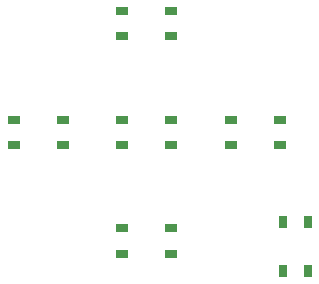
<source format=gbr>
%TF.GenerationSoftware,KiCad,Pcbnew,9.0.1*%
%TF.CreationDate,2025-09-02T02:57:31-07:00*%
%TF.ProjectId,pcb,7063622e-6b69-4636-9164-5f7063625858,B0*%
%TF.SameCoordinates,PX7bfa480PY4c4b400*%
%TF.FileFunction,Paste,Top*%
%TF.FilePolarity,Positive*%
%FSLAX46Y46*%
G04 Gerber Fmt 4.6, Leading zero omitted, Abs format (unit mm)*
G04 Created by KiCad (PCBNEW 9.0.1) date 2025-09-02 02:57:31*
%MOMM*%
%LPD*%
G01*
G04 APERTURE LIST*
%ADD10R,1.050000X0.650000*%
%ADD11R,0.650000X1.050000*%
G04 APERTURE END LIST*
D10*
%TO.C,SW1*%
X11875000Y-16425000D03*
X16025000Y-16425000D03*
X11875000Y-18575000D03*
X16025000Y-18575000D03*
%TD*%
%TO.C,SW5*%
X25225000Y-27775000D03*
X21075000Y-27775000D03*
X25225000Y-25625000D03*
X21075000Y-25625000D03*
%TD*%
%TO.C,SW4*%
X2675000Y-25625000D03*
X6825000Y-25625000D03*
X2675000Y-27775000D03*
X6825000Y-27775000D03*
%TD*%
D11*
%TO.C,SW6*%
X25425000Y-38450000D03*
X25425000Y-34300000D03*
X27575000Y-38450000D03*
X27575000Y-34300000D03*
%TD*%
D10*
%TO.C,SW2*%
X16025000Y-27775000D03*
X11875000Y-27775000D03*
X16025000Y-25625000D03*
X11875000Y-25625000D03*
%TD*%
%TO.C,SW3*%
X11875000Y-34835000D03*
X16025000Y-34835000D03*
X11875000Y-36985000D03*
X16025000Y-36985000D03*
%TD*%
M02*

</source>
